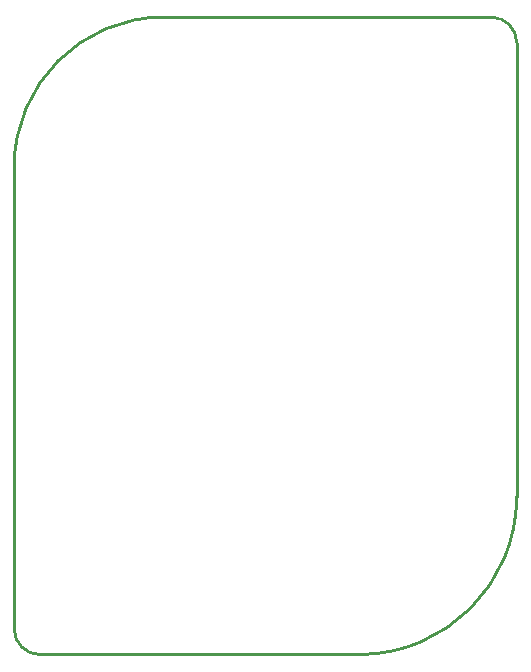
<source format=gko>
G04*
G04 #@! TF.GenerationSoftware,Altium Limited,Altium Designer,21.3.1 (25)*
G04*
G04 Layer_Color=16711935*
%FSLAX44Y44*%
%MOMM*%
G71*
G04*
G04 #@! TF.SameCoordinates,ED8535BF-F019-4881-8E70-B6946EE6C861*
G04*
G04*
G04 #@! TF.FilePolarity,Positive*
G04*
G01*
G75*
%ADD10C,0.2540*%
D10*
X889000Y656680D02*
G03*
X910680Y635000I21680J0D01*
G01*
X1181100D02*
G03*
X1314450Y768350I0J133350D01*
G01*
Y1153070D02*
G03*
X1292770Y1174750I-21680J0D01*
G01*
X1016000D02*
G03*
X889000Y1047750I0J-127000D01*
G01*
X1092200Y635000D02*
X1181100D01*
X910680Y635000D02*
X1092200Y635000D01*
X889000Y977900D02*
X889000Y656680D01*
Y977900D02*
Y1047750D01*
X1016000Y1174750D02*
X1028700D01*
Y1174750D02*
X1292770Y1174750D01*
X1314450Y1028700D02*
Y1153070D01*
Y768350D02*
Y1028700D01*
M02*

</source>
